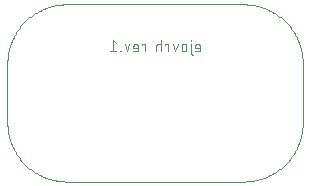
<source format=gbo>
G04 EAGLE Gerber RS-274X export*
G75*
%MOMM*%
%FSLAX35Y35*%
%LPD*%
%INsilk_bottom*%
%IPPOS*%
%AMOC8*
5,1,8,0,0,1.08239X$1,22.5*%
G01*
%ADD10C,0.000000*%
%ADD11C,0.076200*%


D10*
X-750000Y700000D02*
X750000Y700000D01*
X762082Y699854D01*
X774157Y699416D01*
X786217Y698687D01*
X798257Y697666D01*
X810268Y696354D01*
X822245Y694753D01*
X834179Y692863D01*
X846063Y690685D01*
X857892Y688221D01*
X869658Y685471D01*
X881354Y682438D01*
X892973Y679123D01*
X904508Y675528D01*
X915954Y671656D01*
X927302Y667508D01*
X938547Y663087D01*
X949682Y658396D01*
X960701Y653437D01*
X971596Y648213D01*
X982362Y642728D01*
X992992Y636984D01*
X1003480Y630985D01*
X1013820Y624734D01*
X1024006Y618235D01*
X1034032Y611492D01*
X1043893Y604508D01*
X1053581Y597289D01*
X1063093Y589837D01*
X1072421Y582158D01*
X1081561Y574255D01*
X1090508Y566134D01*
X1099256Y557799D01*
X1107799Y549256D01*
X1116134Y540508D01*
X1124255Y531561D01*
X1132158Y522421D01*
X1139837Y513093D01*
X1147289Y503581D01*
X1154508Y493893D01*
X1161492Y484032D01*
X1168235Y474006D01*
X1174734Y463820D01*
X1180985Y453480D01*
X1186984Y442992D01*
X1192728Y432362D01*
X1198213Y421596D01*
X1203437Y410701D01*
X1208396Y399682D01*
X1213087Y388547D01*
X1217508Y377302D01*
X1221656Y365954D01*
X1225528Y354508D01*
X1229123Y342973D01*
X1232438Y331354D01*
X1235471Y319658D01*
X1238221Y307892D01*
X1240685Y296063D01*
X1242863Y284179D01*
X1244753Y272245D01*
X1246354Y260268D01*
X1247666Y248257D01*
X1248687Y236217D01*
X1249416Y224157D01*
X1249854Y212082D01*
X1250000Y200000D01*
X1250000Y-300000D01*
X1249854Y-312082D01*
X1249416Y-324157D01*
X1248687Y-336217D01*
X1247666Y-348257D01*
X1246354Y-360268D01*
X1244753Y-372245D01*
X1242863Y-384179D01*
X1240685Y-396063D01*
X1238221Y-407892D01*
X1235471Y-419658D01*
X1232438Y-431354D01*
X1229123Y-442973D01*
X1225528Y-454508D01*
X1221656Y-465954D01*
X1217508Y-477302D01*
X1213087Y-488547D01*
X1208396Y-499682D01*
X1203437Y-510701D01*
X1198213Y-521596D01*
X1192728Y-532362D01*
X1186984Y-542992D01*
X1180985Y-553480D01*
X1174734Y-563820D01*
X1168235Y-574006D01*
X1161492Y-584032D01*
X1154508Y-593893D01*
X1147289Y-603581D01*
X1139837Y-613093D01*
X1132158Y-622421D01*
X1124255Y-631561D01*
X1116134Y-640508D01*
X1107799Y-649256D01*
X1099256Y-657799D01*
X1090508Y-666134D01*
X1081561Y-674255D01*
X1072421Y-682158D01*
X1063093Y-689837D01*
X1053581Y-697289D01*
X1043893Y-704508D01*
X1034032Y-711492D01*
X1024006Y-718235D01*
X1013820Y-724734D01*
X1003480Y-730985D01*
X992992Y-736984D01*
X982362Y-742728D01*
X971596Y-748213D01*
X960701Y-753437D01*
X949682Y-758396D01*
X938547Y-763087D01*
X927302Y-767508D01*
X915954Y-771656D01*
X904508Y-775528D01*
X892973Y-779123D01*
X881354Y-782438D01*
X869658Y-785471D01*
X857892Y-788221D01*
X846063Y-790685D01*
X834179Y-792863D01*
X822245Y-794753D01*
X810268Y-796354D01*
X798257Y-797666D01*
X786217Y-798687D01*
X774157Y-799416D01*
X762082Y-799854D01*
X750000Y-800000D01*
X-750000Y-800000D01*
X-762082Y-799854D01*
X-774157Y-799416D01*
X-786217Y-798687D01*
X-798257Y-797666D01*
X-810268Y-796354D01*
X-822245Y-794753D01*
X-834179Y-792863D01*
X-846063Y-790685D01*
X-857892Y-788221D01*
X-869658Y-785471D01*
X-881354Y-782438D01*
X-892973Y-779123D01*
X-904508Y-775528D01*
X-915954Y-771656D01*
X-927302Y-767508D01*
X-938547Y-763087D01*
X-949682Y-758396D01*
X-960701Y-753437D01*
X-971596Y-748213D01*
X-982362Y-742728D01*
X-992992Y-736984D01*
X-1003480Y-730985D01*
X-1013820Y-724734D01*
X-1024006Y-718235D01*
X-1034032Y-711492D01*
X-1043893Y-704508D01*
X-1053581Y-697289D01*
X-1063093Y-689837D01*
X-1072421Y-682158D01*
X-1081561Y-674255D01*
X-1090508Y-666134D01*
X-1099256Y-657799D01*
X-1107799Y-649256D01*
X-1116134Y-640508D01*
X-1124255Y-631561D01*
X-1132158Y-622421D01*
X-1139837Y-613093D01*
X-1147289Y-603581D01*
X-1154508Y-593893D01*
X-1161492Y-584032D01*
X-1168235Y-574006D01*
X-1174734Y-563820D01*
X-1180985Y-553480D01*
X-1186984Y-542992D01*
X-1192728Y-532362D01*
X-1198213Y-521596D01*
X-1203437Y-510701D01*
X-1208396Y-499682D01*
X-1213087Y-488547D01*
X-1217508Y-477302D01*
X-1221656Y-465954D01*
X-1225528Y-454508D01*
X-1229123Y-442973D01*
X-1232438Y-431354D01*
X-1235471Y-419658D01*
X-1238221Y-407892D01*
X-1240685Y-396063D01*
X-1242863Y-384179D01*
X-1244753Y-372245D01*
X-1246354Y-360268D01*
X-1247666Y-348257D01*
X-1248687Y-336217D01*
X-1249416Y-324157D01*
X-1249854Y-312082D01*
X-1250000Y-300000D01*
X-1250000Y200000D01*
X-1249854Y212082D01*
X-1249416Y224157D01*
X-1248687Y236217D01*
X-1247666Y248257D01*
X-1246354Y260268D01*
X-1244753Y272245D01*
X-1242863Y284179D01*
X-1240685Y296063D01*
X-1238221Y307892D01*
X-1235471Y319658D01*
X-1232438Y331354D01*
X-1229123Y342973D01*
X-1225528Y354508D01*
X-1221656Y365954D01*
X-1217508Y377302D01*
X-1213087Y388547D01*
X-1208396Y399682D01*
X-1203437Y410701D01*
X-1198213Y421596D01*
X-1192728Y432362D01*
X-1186984Y442992D01*
X-1180985Y453480D01*
X-1174734Y463820D01*
X-1168235Y474006D01*
X-1161492Y484032D01*
X-1154508Y493893D01*
X-1147289Y503581D01*
X-1139837Y513093D01*
X-1132158Y522421D01*
X-1124255Y531561D01*
X-1116134Y540508D01*
X-1107799Y549256D01*
X-1099256Y557799D01*
X-1090508Y566134D01*
X-1081561Y574255D01*
X-1072421Y582158D01*
X-1063093Y589837D01*
X-1053581Y597289D01*
X-1043893Y604508D01*
X-1034032Y611492D01*
X-1024006Y618235D01*
X-1013820Y624734D01*
X-1003480Y630985D01*
X-992992Y636984D01*
X-982362Y642728D01*
X-971596Y648213D01*
X-960701Y653437D01*
X-949682Y658396D01*
X-938547Y663087D01*
X-927302Y667508D01*
X-915954Y671656D01*
X-904508Y675528D01*
X-892973Y679123D01*
X-881354Y682438D01*
X-869658Y685471D01*
X-857892Y688221D01*
X-846063Y690685D01*
X-834179Y692863D01*
X-822245Y694753D01*
X-810268Y696354D01*
X-798257Y697666D01*
X-786217Y698687D01*
X-774157Y699416D01*
X-762082Y699854D01*
X-750000Y700000D01*
D11*
X339037Y303810D02*
X364698Y303810D01*
X365070Y303814D01*
X365442Y303828D01*
X365813Y303850D01*
X366184Y303882D01*
X366554Y303922D01*
X366923Y303972D01*
X367290Y304030D01*
X367656Y304097D01*
X368020Y304173D01*
X368383Y304257D01*
X368743Y304351D01*
X369100Y304453D01*
X369456Y304564D01*
X369808Y304683D01*
X370158Y304811D01*
X370504Y304947D01*
X370847Y305091D01*
X371186Y305244D01*
X371521Y305405D01*
X371853Y305574D01*
X372180Y305750D01*
X372503Y305935D01*
X372822Y306128D01*
X373135Y306328D01*
X373444Y306535D01*
X373748Y306750D01*
X374046Y306973D01*
X374339Y307202D01*
X374626Y307439D01*
X374908Y307682D01*
X375183Y307932D01*
X375452Y308189D01*
X375715Y308452D01*
X375972Y308721D01*
X376222Y308997D01*
X376466Y309278D01*
X376702Y309565D01*
X376931Y309858D01*
X377154Y310157D01*
X377369Y310460D01*
X377576Y310769D01*
X377777Y311083D01*
X377969Y311401D01*
X378154Y311724D01*
X378331Y312051D01*
X378499Y312383D01*
X378660Y312718D01*
X378813Y313058D01*
X378957Y313400D01*
X379094Y313747D01*
X379221Y314096D01*
X379341Y314449D01*
X379451Y314804D01*
X379553Y315162D01*
X379647Y315522D01*
X379731Y315884D01*
X379807Y316248D01*
X379874Y316614D01*
X379932Y316982D01*
X379982Y317351D01*
X380022Y317720D01*
X380054Y318091D01*
X380076Y318462D01*
X380090Y318834D01*
X380094Y319206D01*
X380094Y319207D02*
X380094Y344868D01*
X380095Y344868D02*
X380089Y345368D01*
X380071Y345868D01*
X380040Y346367D01*
X379998Y346865D01*
X379943Y347362D01*
X379876Y347857D01*
X379797Y348351D01*
X379707Y348842D01*
X379604Y349332D01*
X379489Y349818D01*
X379363Y350302D01*
X379225Y350782D01*
X379075Y351259D01*
X378913Y351733D01*
X378740Y352202D01*
X378556Y352666D01*
X378361Y353126D01*
X378154Y353582D01*
X377936Y354032D01*
X377708Y354476D01*
X377468Y354915D01*
X377218Y355348D01*
X376958Y355775D01*
X376687Y356195D01*
X376406Y356609D01*
X376115Y357015D01*
X375815Y357415D01*
X375504Y357807D01*
X375184Y358191D01*
X374855Y358567D01*
X374517Y358936D01*
X374170Y359296D01*
X373815Y359647D01*
X373451Y359989D01*
X373078Y360323D01*
X372698Y360648D01*
X372310Y360963D01*
X371914Y361268D01*
X371511Y361564D01*
X371101Y361850D01*
X370684Y362126D01*
X370260Y362391D01*
X369831Y362647D01*
X369395Y362891D01*
X368953Y363125D01*
X368505Y363348D01*
X368053Y363561D01*
X367595Y363762D01*
X367133Y363952D01*
X366666Y364130D01*
X366194Y364297D01*
X365719Y364453D01*
X365241Y364597D01*
X364758Y364729D01*
X364273Y364850D01*
X363785Y364959D01*
X363295Y365056D01*
X362802Y365140D01*
X362308Y365213D01*
X361811Y365274D01*
X361314Y365322D01*
X360815Y365359D01*
X360316Y365383D01*
X359816Y365395D01*
X359316Y365395D01*
X358816Y365383D01*
X358317Y365359D01*
X357818Y365322D01*
X357321Y365274D01*
X356824Y365213D01*
X356330Y365140D01*
X355837Y365056D01*
X355347Y364959D01*
X354859Y364850D01*
X354374Y364729D01*
X353891Y364597D01*
X353413Y364453D01*
X352938Y364297D01*
X352466Y364130D01*
X351999Y363952D01*
X351537Y363762D01*
X351079Y363561D01*
X350627Y363348D01*
X350179Y363125D01*
X349737Y362891D01*
X349302Y362647D01*
X348872Y362391D01*
X348448Y362126D01*
X348031Y361850D01*
X347621Y361564D01*
X347218Y361268D01*
X346822Y360963D01*
X346434Y360648D01*
X346054Y360323D01*
X345681Y359989D01*
X345317Y359647D01*
X344962Y359296D01*
X344615Y358936D01*
X344277Y358567D01*
X343948Y358191D01*
X343628Y357807D01*
X343317Y357415D01*
X343017Y357015D01*
X342726Y356609D01*
X342445Y356195D01*
X342174Y355775D01*
X341914Y355348D01*
X341664Y354915D01*
X341424Y354476D01*
X341196Y354032D01*
X340978Y353582D01*
X340771Y353126D01*
X340576Y352666D01*
X340392Y352202D01*
X340219Y351733D01*
X340057Y351259D01*
X339907Y350782D01*
X339769Y350302D01*
X339643Y349818D01*
X339528Y349332D01*
X339425Y348842D01*
X339335Y348351D01*
X339256Y347857D01*
X339189Y347362D01*
X339134Y346865D01*
X339092Y346367D01*
X339061Y345868D01*
X339043Y345368D01*
X339037Y344868D01*
X339037Y334603D01*
X380094Y334603D01*
X304084Y365397D02*
X304084Y288413D01*
X304088Y288041D01*
X304102Y287669D01*
X304124Y287298D01*
X304156Y286927D01*
X304196Y286557D01*
X304246Y286188D01*
X304304Y285821D01*
X304371Y285455D01*
X304447Y285091D01*
X304531Y284728D01*
X304625Y284368D01*
X304727Y284010D01*
X304838Y283655D01*
X304957Y283303D01*
X305085Y282953D01*
X305221Y282607D01*
X305365Y282264D01*
X305518Y281925D01*
X305679Y281589D01*
X305848Y281258D01*
X306025Y280930D01*
X306209Y280607D01*
X306402Y280289D01*
X306602Y279975D01*
X306810Y279667D01*
X307025Y279363D01*
X307247Y279065D01*
X307476Y278772D01*
X307713Y278484D01*
X307956Y278203D01*
X308206Y277927D01*
X308463Y277658D01*
X308726Y277395D01*
X308995Y277138D01*
X309271Y276888D01*
X309552Y276645D01*
X309840Y276408D01*
X310133Y276179D01*
X310431Y275957D01*
X310735Y275742D01*
X311043Y275534D01*
X311357Y275334D01*
X311675Y275141D01*
X311998Y274957D01*
X312326Y274780D01*
X312657Y274611D01*
X312993Y274450D01*
X313332Y274297D01*
X313675Y274153D01*
X314021Y274017D01*
X314371Y273889D01*
X314723Y273770D01*
X315078Y273659D01*
X315436Y273557D01*
X315796Y273463D01*
X316159Y273379D01*
X316523Y273303D01*
X316889Y273236D01*
X317256Y273178D01*
X317625Y273128D01*
X317995Y273088D01*
X318366Y273056D01*
X318737Y273034D01*
X319109Y273020D01*
X319481Y273016D01*
X319481Y273017D02*
X324613Y273017D01*
X306651Y391058D02*
X306651Y396190D01*
X301518Y396190D01*
X301518Y391058D01*
X306651Y391058D01*
X266094Y344868D02*
X266094Y324339D01*
X266095Y344868D02*
X266089Y345368D01*
X266071Y345868D01*
X266040Y346367D01*
X265998Y346865D01*
X265943Y347362D01*
X265876Y347857D01*
X265797Y348351D01*
X265707Y348842D01*
X265604Y349332D01*
X265489Y349818D01*
X265363Y350302D01*
X265225Y350782D01*
X265075Y351259D01*
X264913Y351733D01*
X264740Y352202D01*
X264556Y352666D01*
X264361Y353126D01*
X264154Y353582D01*
X263936Y354032D01*
X263708Y354476D01*
X263468Y354915D01*
X263218Y355348D01*
X262958Y355775D01*
X262687Y356195D01*
X262406Y356609D01*
X262115Y357015D01*
X261815Y357415D01*
X261504Y357807D01*
X261184Y358191D01*
X260855Y358567D01*
X260517Y358936D01*
X260170Y359296D01*
X259815Y359647D01*
X259451Y359989D01*
X259078Y360323D01*
X258698Y360648D01*
X258310Y360963D01*
X257914Y361268D01*
X257511Y361564D01*
X257101Y361850D01*
X256684Y362126D01*
X256260Y362391D01*
X255831Y362647D01*
X255395Y362891D01*
X254953Y363125D01*
X254505Y363348D01*
X254053Y363561D01*
X253595Y363762D01*
X253133Y363952D01*
X252666Y364130D01*
X252194Y364297D01*
X251719Y364453D01*
X251241Y364597D01*
X250758Y364729D01*
X250273Y364850D01*
X249785Y364959D01*
X249295Y365056D01*
X248802Y365140D01*
X248308Y365213D01*
X247811Y365274D01*
X247314Y365322D01*
X246815Y365359D01*
X246316Y365383D01*
X245816Y365395D01*
X245316Y365395D01*
X244816Y365383D01*
X244317Y365359D01*
X243818Y365322D01*
X243321Y365274D01*
X242824Y365213D01*
X242330Y365140D01*
X241837Y365056D01*
X241347Y364959D01*
X240859Y364850D01*
X240374Y364729D01*
X239891Y364597D01*
X239413Y364453D01*
X238938Y364297D01*
X238466Y364130D01*
X237999Y363952D01*
X237537Y363762D01*
X237079Y363561D01*
X236627Y363348D01*
X236179Y363125D01*
X235737Y362891D01*
X235302Y362647D01*
X234872Y362391D01*
X234448Y362126D01*
X234031Y361850D01*
X233621Y361564D01*
X233218Y361268D01*
X232822Y360963D01*
X232434Y360648D01*
X232054Y360323D01*
X231681Y359989D01*
X231317Y359647D01*
X230962Y359296D01*
X230615Y358936D01*
X230277Y358567D01*
X229948Y358191D01*
X229628Y357807D01*
X229317Y357415D01*
X229017Y357015D01*
X228726Y356609D01*
X228445Y356195D01*
X228174Y355775D01*
X227914Y355348D01*
X227664Y354915D01*
X227424Y354476D01*
X227196Y354032D01*
X226978Y353582D01*
X226771Y353126D01*
X226576Y352666D01*
X226392Y352202D01*
X226219Y351733D01*
X226057Y351259D01*
X225907Y350782D01*
X225769Y350302D01*
X225643Y349818D01*
X225528Y349332D01*
X225425Y348842D01*
X225335Y348351D01*
X225256Y347857D01*
X225189Y347362D01*
X225134Y346865D01*
X225092Y346367D01*
X225061Y345868D01*
X225043Y345368D01*
X225037Y344868D01*
X225037Y324339D01*
X225043Y323839D01*
X225061Y323339D01*
X225092Y322840D01*
X225134Y322342D01*
X225189Y321845D01*
X225256Y321350D01*
X225335Y320856D01*
X225425Y320365D01*
X225528Y319875D01*
X225643Y319389D01*
X225769Y318905D01*
X225907Y318425D01*
X226057Y317948D01*
X226219Y317474D01*
X226392Y317005D01*
X226576Y316541D01*
X226771Y316081D01*
X226978Y315625D01*
X227196Y315175D01*
X227424Y314731D01*
X227664Y314292D01*
X227914Y313859D01*
X228174Y313432D01*
X228445Y313012D01*
X228726Y312598D01*
X229017Y312192D01*
X229317Y311792D01*
X229628Y311400D01*
X229948Y311016D01*
X230277Y310640D01*
X230615Y310271D01*
X230962Y309911D01*
X231317Y309560D01*
X231681Y309218D01*
X232054Y308884D01*
X232434Y308559D01*
X232822Y308244D01*
X233218Y307939D01*
X233621Y307643D01*
X234031Y307357D01*
X234448Y307081D01*
X234872Y306816D01*
X235302Y306560D01*
X235737Y306316D01*
X236179Y306082D01*
X236627Y305859D01*
X237079Y305646D01*
X237537Y305445D01*
X237999Y305255D01*
X238466Y305077D01*
X238938Y304910D01*
X239413Y304754D01*
X239891Y304610D01*
X240374Y304478D01*
X240859Y304357D01*
X241347Y304248D01*
X241837Y304151D01*
X242330Y304067D01*
X242824Y303994D01*
X243321Y303933D01*
X243818Y303885D01*
X244317Y303848D01*
X244816Y303824D01*
X245316Y303812D01*
X245816Y303812D01*
X246316Y303824D01*
X246815Y303848D01*
X247314Y303885D01*
X247811Y303933D01*
X248308Y303994D01*
X248802Y304067D01*
X249295Y304151D01*
X249785Y304248D01*
X250273Y304357D01*
X250758Y304478D01*
X251241Y304610D01*
X251719Y304754D01*
X252194Y304910D01*
X252666Y305077D01*
X253133Y305255D01*
X253595Y305445D01*
X254053Y305646D01*
X254505Y305859D01*
X254953Y306082D01*
X255395Y306316D01*
X255831Y306560D01*
X256260Y306816D01*
X256684Y307081D01*
X257101Y307357D01*
X257511Y307643D01*
X257914Y307939D01*
X258310Y308244D01*
X258698Y308559D01*
X259078Y308884D01*
X259451Y309218D01*
X259815Y309560D01*
X260170Y309911D01*
X260517Y310271D01*
X260855Y310640D01*
X261184Y311016D01*
X261504Y311400D01*
X261815Y311792D01*
X262115Y312192D01*
X262406Y312598D01*
X262687Y313012D01*
X262958Y313432D01*
X263218Y313859D01*
X263468Y314292D01*
X263708Y314731D01*
X263936Y315175D01*
X264154Y315625D01*
X264361Y316081D01*
X264556Y316541D01*
X264740Y317005D01*
X264913Y317474D01*
X265075Y317948D01*
X265225Y318425D01*
X265363Y318905D01*
X265489Y319389D01*
X265604Y319875D01*
X265707Y320365D01*
X265797Y320856D01*
X265876Y321350D01*
X265943Y321845D01*
X265998Y322342D01*
X266040Y322840D01*
X266071Y323339D01*
X266089Y323839D01*
X266095Y324339D01*
X191094Y365397D02*
X170566Y303810D01*
X150037Y365397D01*
X112584Y365397D02*
X112584Y303810D01*
X112584Y365397D02*
X81791Y365397D01*
X81791Y355132D01*
X50095Y396190D02*
X50095Y303810D01*
X50095Y365397D02*
X24434Y365397D01*
X24056Y365392D01*
X23679Y365378D01*
X23301Y365355D01*
X22925Y365323D01*
X22549Y365281D01*
X22175Y365230D01*
X21802Y365170D01*
X21430Y365101D01*
X21061Y365023D01*
X20693Y364936D01*
X20327Y364839D01*
X19965Y364734D01*
X19604Y364620D01*
X19247Y364497D01*
X18893Y364365D01*
X18542Y364225D01*
X18195Y364076D01*
X17851Y363919D01*
X17511Y363753D01*
X17176Y363579D01*
X16845Y363397D01*
X16518Y363207D01*
X16197Y363008D01*
X15880Y362802D01*
X15568Y362588D01*
X15262Y362367D01*
X14961Y362138D01*
X14666Y361902D01*
X14377Y361659D01*
X14094Y361409D01*
X13817Y361151D01*
X13547Y360887D01*
X13283Y360617D01*
X13026Y360340D01*
X12775Y360057D01*
X12532Y359768D01*
X12296Y359473D01*
X12067Y359172D01*
X11846Y358866D01*
X11632Y358554D01*
X11426Y358238D01*
X11228Y357916D01*
X11037Y357589D01*
X10855Y357258D01*
X10681Y356923D01*
X10515Y356583D01*
X10358Y356240D01*
X10209Y355892D01*
X10069Y355542D01*
X9937Y355187D01*
X9814Y354830D01*
X9700Y354470D01*
X9595Y354107D01*
X9498Y353741D01*
X9411Y353374D01*
X9333Y353004D01*
X9264Y352633D01*
X9204Y352259D01*
X9153Y351885D01*
X9111Y351509D01*
X9079Y351133D01*
X9056Y350756D01*
X9042Y350378D01*
X9037Y350000D01*
X9037Y303810D01*
X-82416Y303810D02*
X-82416Y365397D01*
X-113209Y365397D01*
X-113209Y355132D01*
X-157302Y303810D02*
X-182963Y303810D01*
X-157302Y303810D02*
X-156930Y303814D01*
X-156558Y303828D01*
X-156187Y303850D01*
X-155816Y303882D01*
X-155446Y303922D01*
X-155077Y303972D01*
X-154710Y304030D01*
X-154344Y304097D01*
X-153980Y304173D01*
X-153617Y304257D01*
X-153257Y304351D01*
X-152899Y304453D01*
X-152544Y304564D01*
X-152192Y304683D01*
X-151842Y304811D01*
X-151496Y304947D01*
X-151153Y305091D01*
X-150814Y305244D01*
X-150478Y305405D01*
X-150147Y305574D01*
X-149819Y305751D01*
X-149496Y305935D01*
X-149178Y306128D01*
X-148864Y306328D01*
X-148556Y306536D01*
X-148252Y306751D01*
X-147954Y306973D01*
X-147661Y307202D01*
X-147373Y307439D01*
X-147092Y307682D01*
X-146816Y307932D01*
X-146547Y308189D01*
X-146284Y308452D01*
X-146027Y308721D01*
X-145777Y308997D01*
X-145534Y309278D01*
X-145297Y309566D01*
X-145068Y309859D01*
X-144846Y310157D01*
X-144631Y310461D01*
X-144423Y310769D01*
X-144223Y311083D01*
X-144030Y311401D01*
X-143846Y311724D01*
X-143669Y312052D01*
X-143500Y312383D01*
X-143339Y312719D01*
X-143186Y313058D01*
X-143042Y313401D01*
X-142906Y313747D01*
X-142778Y314097D01*
X-142659Y314449D01*
X-142548Y314804D01*
X-142446Y315162D01*
X-142352Y315522D01*
X-142268Y315885D01*
X-142192Y316249D01*
X-142125Y316615D01*
X-142067Y316982D01*
X-142017Y317351D01*
X-141977Y317721D01*
X-141945Y318092D01*
X-141923Y318463D01*
X-141909Y318835D01*
X-141905Y319207D01*
X-141905Y344868D01*
X-141911Y345368D01*
X-141929Y345868D01*
X-141960Y346367D01*
X-142002Y346865D01*
X-142057Y347362D01*
X-142124Y347857D01*
X-142203Y348351D01*
X-142293Y348842D01*
X-142396Y349332D01*
X-142511Y349818D01*
X-142637Y350302D01*
X-142775Y350782D01*
X-142925Y351259D01*
X-143087Y351733D01*
X-143260Y352202D01*
X-143444Y352666D01*
X-143639Y353126D01*
X-143846Y353582D01*
X-144064Y354032D01*
X-144292Y354476D01*
X-144532Y354915D01*
X-144782Y355348D01*
X-145042Y355775D01*
X-145313Y356195D01*
X-145594Y356609D01*
X-145885Y357015D01*
X-146185Y357415D01*
X-146496Y357807D01*
X-146816Y358191D01*
X-147145Y358567D01*
X-147483Y358936D01*
X-147830Y359296D01*
X-148185Y359647D01*
X-148549Y359989D01*
X-148922Y360323D01*
X-149302Y360648D01*
X-149690Y360963D01*
X-150086Y361268D01*
X-150489Y361564D01*
X-150899Y361850D01*
X-151316Y362126D01*
X-151740Y362391D01*
X-152170Y362647D01*
X-152605Y362891D01*
X-153047Y363125D01*
X-153495Y363348D01*
X-153947Y363561D01*
X-154405Y363762D01*
X-154867Y363952D01*
X-155334Y364130D01*
X-155806Y364297D01*
X-156281Y364453D01*
X-156759Y364597D01*
X-157242Y364729D01*
X-157727Y364850D01*
X-158215Y364959D01*
X-158705Y365056D01*
X-159198Y365140D01*
X-159692Y365213D01*
X-160189Y365274D01*
X-160686Y365322D01*
X-161185Y365359D01*
X-161684Y365383D01*
X-162184Y365395D01*
X-162684Y365395D01*
X-163184Y365383D01*
X-163683Y365359D01*
X-164182Y365322D01*
X-164679Y365274D01*
X-165176Y365213D01*
X-165670Y365140D01*
X-166163Y365056D01*
X-166653Y364959D01*
X-167141Y364850D01*
X-167626Y364729D01*
X-168109Y364597D01*
X-168587Y364453D01*
X-169062Y364297D01*
X-169534Y364130D01*
X-170001Y363952D01*
X-170463Y363762D01*
X-170921Y363561D01*
X-171373Y363348D01*
X-171821Y363125D01*
X-172263Y362891D01*
X-172698Y362647D01*
X-173128Y362391D01*
X-173552Y362126D01*
X-173969Y361850D01*
X-174379Y361564D01*
X-174782Y361268D01*
X-175178Y360963D01*
X-175566Y360648D01*
X-175946Y360323D01*
X-176319Y359989D01*
X-176683Y359647D01*
X-177038Y359296D01*
X-177385Y358936D01*
X-177723Y358567D01*
X-178052Y358191D01*
X-178372Y357807D01*
X-178683Y357415D01*
X-178983Y357015D01*
X-179274Y356609D01*
X-179555Y356195D01*
X-179826Y355775D01*
X-180086Y355348D01*
X-180336Y354915D01*
X-180576Y354476D01*
X-180804Y354032D01*
X-181022Y353582D01*
X-181229Y353126D01*
X-181424Y352666D01*
X-181608Y352202D01*
X-181781Y351733D01*
X-181943Y351259D01*
X-182093Y350782D01*
X-182231Y350302D01*
X-182357Y349818D01*
X-182472Y349332D01*
X-182575Y348842D01*
X-182665Y348351D01*
X-182744Y347857D01*
X-182811Y347362D01*
X-182866Y346865D01*
X-182908Y346367D01*
X-182939Y345868D01*
X-182957Y345368D01*
X-182963Y344868D01*
X-182963Y334603D01*
X-141905Y334603D01*
X-216905Y365397D02*
X-237434Y303810D01*
X-257963Y365397D01*
X-288868Y308942D02*
X-288868Y303810D01*
X-288868Y308942D02*
X-294000Y308942D01*
X-294000Y303810D01*
X-288868Y303810D01*
X-328772Y375661D02*
X-354433Y396190D01*
X-354433Y303810D01*
X-328772Y303810D02*
X-380094Y303810D01*
M02*

</source>
